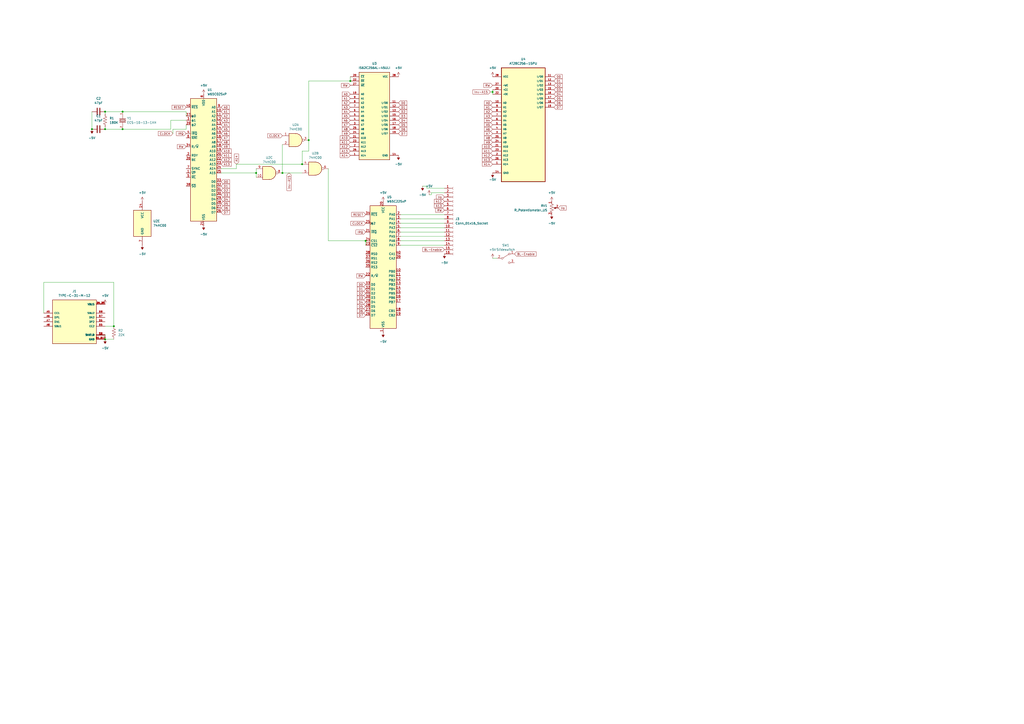
<source format=kicad_sch>
(kicad_sch (version 20231120) (generator "eeschema") (generator_version "8.0")
  (paper "A2")
  (title_block (title "Nimble") (date "2024-03-09") (rev "0.1") (company "Hackclub"))
  (lib_symbols
    (symbol "74xx:74HC00" (pin_names (offset 1.016))
      (property "Reference" "U" (at 0 1.27 0))
      (property "Value" "74HC00" (at 0 -1.27 0))
      (symbol "74HC00_1_1"
        (pin input line (at -7.62 2.54 0) (length 3.81) (name "~") (number "1"))
        (pin input line (at -7.62 -2.54 0) (length 3.81) (name "~") (number "2"))
        (pin output inverted (at 7.62 0 180) (length 3.81) (name "~") (number "3"))
      )
      (symbol "74HC00_1_2"
        (pin input inverted (at -7.62 2.54 0) (length 4.318) (name "~") (number "1"))
        (pin input inverted (at -7.62 -2.54 0) (length 4.318) (name "~") (number "2"))
        (pin output line (at 7.62 0 180) (length 3.81) (name "~") (number "3"))
      )
      (symbol "74HC00_2_1"
        (pin input line (at -7.62 2.54 0) (length 3.81) (name "~") (number "4"))
        (pin input line (at -7.62 -2.54 0) (length 3.81) (name "~") (number "5"))
        (pin output inverted (at 7.62 0 180) (length 3.81) (name "~") (number "6"))
      )
      (symbol "74HC00_2_2"
        (pin input inverted (at -7.62 2.54 0) (length 4.318) (name "~") (number "4"))
        (pin input inverted (at -7.62 -2.54 0) (length 4.318) (name "~") (number "5"))
        (pin output line (at 7.62 0 180) (length 3.81) (name "~") (number "6"))
      )
      (symbol "74HC00_3_1"
        (pin input line (at -7.62 -2.54 0) (length 3.81) (name "~") (number "10"))
        (pin output inverted (at 7.62 0 180) (length 3.81) (name "~") (number "8"))
        (pin input line (at -7.62 2.54 0) (length 3.81) (name "~") (number "9"))
      )
      (symbol "74HC00_3_2"
        (pin input inverted (at -7.62 -2.54 0) (length 4.318) (name "~") (number "10"))
        (pin output line (at 7.62 0 180) (length 3.81) (name "~") (number "8"))
        (pin input inverted (at -7.62 2.54 0) (length 4.318) (name "~") (number "9"))
      )
      (symbol "74HC00_4_1"
        (pin output inverted (at 7.62 0 180) (length 3.81) (name "~") (number "11"))
        (pin input line (at -7.62 2.54 0) (length 3.81) (name "~") (number "12"))
        (pin input line (at -7.62 -2.54 0) (length 3.81) (name "~") (number "13"))
      )
      (symbol "74HC00_4_2"
        (pin output line (at 7.62 0 180) (length 3.81) (name "~") (number "11"))
        (pin input inverted (at -7.62 2.54 0) (length 4.318) (name "~") (number "12"))
        (pin input inverted (at -7.62 -2.54 0) (length 4.318) (name "~") (number "13"))
      )
      (symbol "74HC00_5_0"
        (pin power_in line (at 0 12.7 270) (length 5.08) (name "VCC") (number "14"))
        (pin power_in line (at 0 -12.7 90) (length 5.08) (name "GND") (number "7"))
      )
    )
    (symbol "AT28C256-15PU_1" (pin_names (offset 1.016))
      (property "Reference" "U" (at -5.2377 32.6468 0))
      (property "Value" "AT28C256-15PU" (at -4.1713 -39.068 0))
      (symbol "AT28C256-15PU_1_0_0"
        (pin input line (at -17.78 -25.4 0) (length 5.08) (name "A14") (number "1"))
        (pin input line (at -17.78 10.16 0) (length 5.08) (name "A0") (number "10"))
        (pin bidirectional line (at 17.78 25.4 180) (length 5.08) (name "I/O0") (number "11"))
        (pin bidirectional line (at 17.78 22.86 180) (length 5.08) (name "I/O1") (number "12"))
        (pin bidirectional line (at 17.78 20.32 180) (length 5.08) (name "I/O2") (number "13"))
        (pin passive line (at -17.78 -30.48 0) (length 5.08) (name "GND") (number "14"))
        (pin bidirectional line (at 17.78 17.78 180) (length 5.08) (name "I/O3") (number "15"))
        (pin bidirectional line (at 17.78 15.24 180) (length 5.08) (name "I/O4") (number "16"))
        (pin bidirectional line (at 17.78 12.7 180) (length 5.08) (name "I/O5") (number "17"))
        (pin bidirectional line (at 17.78 10.16 180) (length 5.08) (name "I/O6") (number "18"))
        (pin bidirectional line (at 17.78 7.62 180) (length 5.08) (name "I/O7") (number "19"))
        (pin input line (at -17.78 -20.32 0) (length 5.08) (name "A12") (number "2"))
        (pin input line (at -17.78 17.78 0) (length 5.08) (name "~CE") (number "20"))
        (pin input line (at -17.78 -15.24 0) (length 5.08) (name "A10") (number "21"))
        (pin input line (at -17.78 15.24 0) (length 5.08) (name "~OE") (number "22"))
        (pin input line (at -17.78 -17.78 0) (length 5.08) (name "A11") (number "23"))
        (pin input line (at -17.78 -12.7 0) (length 5.08) (name "A9") (number "24"))
        (pin input line (at -17.78 -10.16 0) (length 5.08) (name "A8") (number "25"))
        (pin input line (at -17.78 -22.86 0) (length 5.08) (name "A13") (number "26"))
        (pin input line (at -17.78 20.32 0) (length 5.08) (name "~WE") (number "27"))
        (pin power_in line (at -17.78 25.4 0) (length 5.08) (name "VCC") (number "28"))
        (pin input line (at -17.78 -7.62 0) (length 5.08) (name "A7") (number "3"))
        (pin input line (at -17.78 -5.08 0) (length 5.08) (name "A6") (number "4"))
        (pin input line (at -17.78 -2.54 0) (length 5.08) (name "A5") (number "5"))
        (pin input line (at -17.78 0 0) (length 5.08) (name "A4") (number "6"))
        (pin input line (at -17.78 2.54 0) (length 5.08) (name "A3") (number "7"))
        (pin input line (at -17.78 5.08 0) (length 5.08) (name "A2") (number "8"))
        (pin input line (at -17.78 7.62 0) (length 5.08) (name "A1") (number "9"))
      )
    )
    (symbol "Connector:Conn_01x16_Socket" (pin_names (offset 1.016) hide)
      (property "Reference" "J" (at 0 20.32 0))
      (property "Value" "Conn_01x16_Socket" (at 0 -22.86 0))
      (symbol "Conn_01x16_Socket_1_1"
        (pin passive line (at -5.08 17.78 0) (length 3.81) (name "Pin_1") (number "1"))
        (pin passive line (at -5.08 -5.08 0) (length 3.81) (name "Pin_10") (number "10"))
        (pin passive line (at -5.08 -7.62 0) (length 3.81) (name "Pin_11") (number "11"))
        (pin passive line (at -5.08 -10.16 0) (length 3.81) (name "Pin_12") (number "12"))
        (pin passive line (at -5.08 -12.7 0) (length 3.81) (name "Pin_13") (number "13"))
        (pin passive line (at -5.08 -15.24 0) (length 3.81) (name "Pin_14") (number "14"))
        (pin passive line (at -5.08 -17.78 0) (length 3.81) (name "Pin_15") (number "15"))
        (pin passive line (at -5.08 -20.32 0) (length 3.81) (name "Pin_16") (number "16"))
        (pin passive line (at -5.08 15.24 0) (length 3.81) (name "Pin_2") (number "2"))
        (pin passive line (at -5.08 12.7 0) (length 3.81) (name "Pin_3") (number "3"))
        (pin passive line (at -5.08 10.16 0) (length 3.81) (name "Pin_4") (number "4"))
        (pin passive line (at -5.08 7.62 0) (length 3.81) (name "Pin_5") (number "5"))
        (pin passive line (at -5.08 5.08 0) (length 3.81) (name "Pin_6") (number "6"))
        (pin passive line (at -5.08 2.54 0) (length 3.81) (name "Pin_7") (number "7"))
        (pin passive line (at -5.08 0 0) (length 3.81) (name "Pin_8") (number "8"))
        (pin passive line (at -5.08 -2.54 0) (length 3.81) (name "Pin_9") (number "9"))
      )
    )
    (symbol "Device:C" (pin_numbers hide) (pin_names (offset 0.254))
      (property "Reference" "C" (at 0.635 2.54 0))
      (property "Value" "C" (at 0.635 -2.54 0))
      (symbol "C_1_1"
        (pin passive line (at 0 3.81 270) (length 2.794) (name "~") (number "1"))
        (pin passive line (at 0 -3.81 90) (length 2.794) (name "~") (number "2"))
      )
    )
    (symbol "Device:R_Potentiometer_US" (pin_names (offset 1.016) hide)
      (property "Reference" "RV" (at -4.445 0 90))
      (property "Value" "R_Potentiometer_US" (at -2.54 0 90))
      (symbol "R_Potentiometer_US_1_1"
        (pin passive line (at 0 3.81 270) (length 1.27) (name "1") (number "1"))
        (pin passive line (at 3.81 0 180) (length 1.27) (name "2") (number "2"))
        (pin passive line (at 0 -3.81 90) (length 1.27) (name "3") (number "3"))
      )
    )
    (symbol "Device:R_US" (pin_numbers hide) (pin_names (offset 0))
      (property "Reference" "R" (at 2.54 0 90))
      (property "Value" "R_US" (at -2.54 0 90))
      (symbol "R_US_1_1"
        (pin passive line (at 0 3.81 270) (length 1.27) (name "~") (number "1"))
        (pin passive line (at 0 -3.81 90) (length 1.27) (name "~") (number "2"))
      )
    )
    (symbol "ECS-10-13-1XH:ECS-10-13-1XH" (pin_names (offset 1.016))
      (property "Reference" "Y" (at -4.8343 2.5444 0))
      (property "Value" "ECS-10-13-1XH" (at -4.8365 -4.0728 0))
      (symbol "ECS-10-13-1XH_0_0"
        (pin passive line (at -5.08 0 0) (length 2.54) (name "~") (number "1"))
        (pin passive line (at 5.08 0 180) (length 2.54) (name "~") (number "2"))
      )
    )
    (symbol "IS62C256AL-45ULI:IS62C256AL-45ULI" (pin_names (offset 1.016))
      (property "Reference" "U" (at -7.6211 25.9117 0))
      (property "Value" "IS62C256AL-45ULI" (at -7.6302 -27.4686 0))
      (symbol "IS62C256AL-45ULI_0_0"
        (pin input line (at -12.7 -22.86 0) (length 5.08) (name "A14") (number "1"))
        (pin input line (at -12.7 12.7 0) (length 5.08) (name "A0") (number "10"))
        (pin bidirectional line (at 15.24 7.62 180) (length 5.08) (name "I/O0") (number "11"))
        (pin bidirectional line (at 15.24 5.08 180) (length 5.08) (name "I/O1") (number "12"))
        (pin bidirectional line (at 15.24 2.54 180) (length 5.08) (name "I/O2") (number "13"))
        (pin power_in line (at 15.24 -22.86 180) (length 5.08) (name "GND") (number "14"))
        (pin bidirectional line (at 15.24 0 180) (length 5.08) (name "I/O3") (number "15"))
        (pin bidirectional line (at 15.24 -2.54 180) (length 5.08) (name "I/O4") (number "16"))
        (pin bidirectional line (at 15.24 -5.08 180) (length 5.08) (name "I/O5") (number "17"))
        (pin bidirectional line (at 15.24 -7.62 180) (length 5.08) (name "I/O6") (number "18"))
        (pin bidirectional line (at 15.24 -10.16 180) (length 5.08) (name "I/O7") (number "19"))
        (pin input line (at -12.7 -17.78 0) (length 5.08) (name "A12") (number "2"))
        (pin input line (at -12.7 22.86 0) (length 5.08) (name "~{CE}") (number "20"))
        (pin input line (at -12.7 -12.7 0) (length 5.08) (name "A10") (number "21"))
        (pin input line (at -12.7 20.32 0) (length 5.08) (name "~{OE}") (number "22"))
        (pin input line (at -12.7 -15.24 0) (length 5.08) (name "A11") (number "23"))
        (pin input line (at -12.7 -10.16 0) (length 5.08) (name "A9") (number "24"))
        (pin input line (at -12.7 -7.62 0) (length 5.08) (name "A8") (number "25"))
        (pin input line (at -12.7 -20.32 0) (length 5.08) (name "A13") (number "26"))
        (pin input line (at -12.7 17.78 0) (length 5.08) (name "~{WE}") (number "27"))
        (pin power_in line (at 15.24 22.86 180) (length 5.08) (name "VCC") (number "28"))
        (pin input line (at -12.7 -5.08 0) (length 5.08) (name "A7") (number "3"))
        (pin input line (at -12.7 -2.54 0) (length 5.08) (name "A6") (number "4"))
        (pin input line (at -12.7 0 0) (length 5.08) (name "A5") (number "5"))
        (pin input line (at -12.7 2.54 0) (length 5.08) (name "A4") (number "6"))
        (pin input line (at -12.7 5.08 0) (length 5.08) (name "A3") (number "7"))
        (pin input line (at -12.7 7.62 0) (length 5.08) (name "A2") (number "8"))
        (pin input line (at -12.7 10.16 0) (length 5.08) (name "A1") (number "9"))
      )
    )
    (symbol "PCM_65xx-library:W65C02SxP"
      (property "Reference" "U" (at 2.54 40.64 0))
      (property "Value" "W65C02SxP" (at 2.54 38.1 0))
      (symbol "W65C02SxP_1_1"
        (pin output line (at -10.16 -7.62 0) (length 2.54) (name "~{VP}") (number "1"))
        (pin tri_state line (at 10.16 27.94 180) (length 2.54) (name "A1") (number "10"))
        (pin tri_state line (at 10.16 25.4 180) (length 2.54) (name "A2") (number "11"))
        (pin tri_state line (at 10.16 22.86 180) (length 2.54) (name "A3") (number "12"))
        (pin tri_state line (at 10.16 20.32 180) (length 2.54) (name "A4") (number "13"))
        (pin tri_state line (at 10.16 17.78 180) (length 2.54) (name "A5") (number "14"))
        (pin tri_state line (at 10.16 15.24 180) (length 2.54) (name "A6") (number "15"))
        (pin tri_state line (at 10.16 12.7 180) (length 2.54) (name "A7") (number "16"))
        (pin tri_state line (at 10.16 10.16 180) (length 2.54) (name "A8") (number "17"))
        (pin tri_state line (at 10.16 7.62 180) (length 2.54) (name "A9") (number "18"))
        (pin tri_state line (at 10.16 5.08 180) (length 2.54) (name "A10") (number "19"))
        (pin open_collector line (at -10.16 2.54 0) (length 2.54) (name "RDY") (number "2"))
        (pin tri_state line (at 10.16 2.54 180) (length 2.54) (name "A11") (number "20"))
        (pin power_in line (at 0 -38.1 90) (length 2.54) (name "VSS") (number "21"))
        (pin tri_state line (at 10.16 0 180) (length 2.54) (name "A12") (number "22"))
        (pin tri_state line (at 10.16 -2.54 180) (length 2.54) (name "A13") (number "23"))
        (pin tri_state line (at 10.16 -5.08 180) (length 2.54) (name "A14") (number "24"))
        (pin tri_state line (at 10.16 -7.62 180) (length 2.54) (name "A15") (number "25"))
        (pin bidirectional line (at 10.16 -30.48 180) (length 2.54) (name "D7") (number "26"))
        (pin bidirectional line (at 10.16 -27.94 180) (length 2.54) (name "D6") (number "27"))
        (pin bidirectional line (at 10.16 -25.4 180) (length 2.54) (name "D5") (number "28"))
        (pin bidirectional line (at 10.16 -22.86 180) (length 2.54) (name "D4") (number "29"))
        (pin output line (at -10.16 22.86 0) (length 2.54) (name "ϕ1") (number "3"))
        (pin bidirectional line (at 10.16 -20.32 180) (length 2.54) (name "D3") (number "30"))
        (pin bidirectional line (at 10.16 -17.78 180) (length 2.54) (name "D2") (number "31"))
        (pin bidirectional line (at 10.16 -15.24 180) (length 2.54) (name "D1") (number "32"))
        (pin bidirectional line (at 10.16 -12.7 180) (length 2.54) (name "D0") (number "33"))
        (pin tri_state line (at -10.16 7.62 0) (length 2.54) (name "R/~{W}") (number "34"))
        (pin no_connect non_logic (at -7.62 -30.48 0) (length 2.54) hide (name "nc") (number "35"))
        (pin input line (at -10.16 0 0) (length 2.54) (name "BE") (number "36"))
        (pin input clock (at -10.16 25.4 0) (length 2.54) (name "ϕ0") (number "37"))
        (pin input line (at -10.16 -15.24 0) (length 2.54) (name "~{SO}") (number "38"))
        (pin output line (at -10.16 20.32 0) (length 2.54) (name "ϕ2") (number "39"))
        (pin input line (at -10.16 15.24 0) (length 2.54) (name "~{IRQ}") (number "4"))
        (pin input line (at -10.16 30.48 0) (length 2.54) (name "~{RES}") (number "40"))
        (pin output line (at -10.16 -10.16 0) (length 2.54) (name "~{ML}") (number "5"))
        (pin input line (at -10.16 12.7 0) (length 2.54) (name "~{NMI}") (number "6"))
        (pin output line (at -10.16 -5.08 0) (length 2.54) (name "SYNC") (number "7"))
        (pin power_in line (at 0 38.1 270) (length 2.54) (name "VDD") (number "8"))
        (pin tri_state line (at 10.16 30.48 180) (length 2.54) (name "A0") (number "9"))
      )
    )
    (symbol "PCM_65xx-library:W65C22SxP"
      (property "Reference" "U" (at 2.54 40.64 0))
      (property "Value" "W65C22SxP" (at 2.54 38.1 0))
      (symbol "W65C22SxP_1_1"
        (pin power_in line (at 0 -38.1 90) (length 2.54) (name "VSS") (number "1"))
        (pin bidirectional line (at 10.16 -2.54 180) (length 2.54) (name "PB0") (number "10"))
        (pin bidirectional line (at 10.16 -5.08 180) (length 2.54) (name "PB1") (number "11"))
        (pin bidirectional line (at 10.16 -7.62 180) (length 2.54) (name "PB2") (number "12"))
        (pin bidirectional line (at 10.16 -10.16 180) (length 2.54) (name "PB3") (number "13"))
        (pin bidirectional line (at 10.16 -12.7 180) (length 2.54) (name "PB4") (number "14"))
        (pin bidirectional line (at 10.16 -15.24 180) (length 2.54) (name "PB5") (number "15"))
        (pin bidirectional line (at 10.16 -17.78 180) (length 2.54) (name "PB6") (number "16"))
        (pin bidirectional line (at 10.16 -20.32 180) (length 2.54) (name "PB7") (number "17"))
        (pin input line (at 10.16 -25.4 180) (length 2.54) (name "CB1") (number "18"))
        (pin bidirectional line (at 10.16 -27.94 180) (length 2.54) (name "CB2") (number "19"))
        (pin bidirectional line (at 10.16 30.48 180) (length 2.54) (name "PA0") (number "2"))
        (pin power_in line (at 0 38.1 270) (length 2.54) (name "VCC") (number "20"))
        (pin output line (at -10.16 20.32 0) (length 2.54) (name "~{IRQ}") (number "21"))
        (pin input line (at -10.16 -5.08 0) (length 2.54) (name "R/~{W}") (number "22"))
        (pin input line (at -10.16 12.7 0) (length 2.54) (name "~{CS2}") (number "23"))
        (pin input line (at -10.16 15.24 0) (length 2.54) (name "CS1") (number "24"))
        (pin input clock (at -10.16 25.4 0) (length 2.54) (name "ϕ2") (number "25"))
        (pin bidirectional line (at -10.16 -27.94 0) (length 2.54) (name "D7") (number "26"))
        (pin bidirectional line (at -10.16 -25.4 0) (length 2.54) (name "D6") (number "27"))
        (pin bidirectional line (at -10.16 -22.86 0) (length 2.54) (name "D5") (number "28"))
        (pin bidirectional line (at -10.16 -20.32 0) (length 2.54) (name "D4") (number "29"))
        (pin bidirectional line (at 10.16 27.94 180) (length 2.54) (name "PA1") (number "3"))
        (pin bidirectional line (at -10.16 -17.78 0) (length 2.54) (name "D3") (number "30"))
        (pin bidirectional line (at -10.16 -15.24 0) (length 2.54) (name "D2") (number "31"))
        (pin bidirectional line (at -10.16 -12.7 0) (length 2.54) (name "D1") (number "32"))
        (pin bidirectional line (at -10.16 -10.16 0) (length 2.54) (name "D0") (number "33"))
        (pin input line (at -10.16 30.48 0) (length 2.54) (name "~{RES}") (number "34"))
        (pin input line (at -10.16 0 0) (length 2.54) (name "RS3") (number "35"))
        (pin input line (at -10.16 2.54 0) (length 2.54) (name "RS2") (number "36"))
        (pin input line (at -10.16 5.08 0) (length 2.54) (name "RS1") (number "37"))
        (pin input line (at -10.16 7.62 0) (length 2.54) (name "RS0") (number "38"))
        (pin bidirectional line (at 10.16 5.08 180) (length 2.54) (name "CA2") (number "39"))
        (pin bidirectional line (at 10.16 25.4 180) (length 2.54) (name "PA2") (number "4"))
        (pin input line (at 10.16 7.62 180) (length 2.54) (name "CA1") (number "40"))
        (pin bidirectional line (at 10.16 22.86 180) (length 2.54) (name "PA3") (number "5"))
        (pin bidirectional line (at 10.16 20.32 180) (length 2.54) (name "PA4") (number "6"))
        (pin bidirectional line (at 10.16 17.78 180) (length 2.54) (name "PA5") (number "7"))
        (pin bidirectional line (at 10.16 15.24 180) (length 2.54) (name "PA6") (number "8"))
        (pin bidirectional line (at 10.16 12.7 180) (length 2.54) (name "PA7") (number "9"))
      )
    )
    (symbol "TYPE-C-31-M-12:TYPE-C-31-M-12" (pin_names (offset 1.016))
      (property "Reference" "J" (at -12.7 13.462 0))
      (property "Value" "TYPE-C-31-M-12" (at -12.7 -13.462 0))
      (symbol "TYPE-C-31-M-12_0_0"
        (pin power_in line (at 17.78 -10.16 180) (length 5.08) (name "GND") (number "A1_B12"))
        (pin power_in line (at 17.78 10.16 180) (length 5.08) (name "VBUS") (number "A4_B9"))
        (pin bidirectional line (at -17.78 5.08 0) (length 5.08) (name "CC1") (number "A5"))
        (pin bidirectional line (at -17.78 2.54 0) (length 5.08) (name "DP1") (number "A6"))
        (pin bidirectional line (at -17.78 0 0) (length 5.08) (name "DN1") (number "A7"))
        (pin bidirectional line (at -17.78 -2.54 0) (length 5.08) (name "SBU1") (number "A8"))
        (pin power_in line (at 17.78 -10.16 180) (length 5.08) (name "GND") (number "B1_A12"))
        (pin power_in line (at 17.78 10.16 180) (length 5.08) (name "VBUS") (number "B4_A9"))
        (pin bidirectional line (at 17.78 -2.54 180) (length 5.08) (name "CC2") (number "B5"))
        (pin bidirectional line (at 17.78 0 180) (length 5.08) (name "DP2") (number "B6"))
        (pin bidirectional line (at 17.78 2.54 180) (length 5.08) (name "DN2") (number "B7"))
        (pin bidirectional line (at 17.78 5.08 180) (length 5.08) (name "SBU2") (number "B8"))
        (pin passive line (at 17.78 -7.62 180) (length 5.08) (name "SHIELD") (number "S1"))
        (pin passive line (at 17.78 -7.62 180) (length 5.08) (name "SHIELD") (number "S2"))
        (pin passive line (at 17.78 -7.62 180) (length 5.08) (name "SHIELD") (number "S3"))
        (pin passive line (at 17.78 -7.62 180) (length 5.08) (name "SHIELD") (number "S4"))
      )
    )
    (symbol "fab:SWITCH_AYZ0102AGRLC" (pin_names (offset 0) hide)
      (property "Reference" "SW" (at 0 4.318 0))
      (property "Value" "SWITCH_AYZ0102AGRLC" (at 0 -5.08 0))
      (symbol "SWITCH_AYZ0102AGRLC_1_1"
        (pin passive line (at 5.08 2.54 180) (length 2.54) (name "A") (number "1"))
        (pin passive line (at -5.08 0 0) (length 2.54) (name "B") (number "2"))
        (pin passive line (at 5.08 -2.54 180) (length 2.54) (name "C") (number "3"))
      )
    )
    (symbol "power:+5V" (power) (pin_numbers hide) (pin_names (offset 0) hide)
      (property "Value" "+5V" (at 0 3.556 0))
      (symbol "+5V_1_1"
        (pin power_in line (at 0 0 90) (length 0) (name "~") (number "1"))
      )
    )
    (symbol "power:-5V" (power) (pin_numbers hide) (pin_names (offset 0) hide)
      (property "Value" "-5V" (at 0 3.556 0))
      (symbol "-5V_0_0"
        (pin power_in line (at 0 0 90) (length 0) (name "~") (number "1"))
      )
    )
  )
  (junction (at 163.83 100.33))
  (junction (at 60.96 64.77))
  (junction (at 285.75 53.34))
  (junction (at 175.26 95.25))
  (junction (at 203.2 46.99))
  (junction (at 60.96 74.93))
  (junction (at 53.34 74.93))
  (junction (at 66.04 189.23))
  (junction (at 179.07 81.28))
  (junction (at 71.12 64.77))
  (junction (at 60.96 196.85))
  (junction (at 148.59 100.33))
  (junction (at 212.09 139.7))
  (junction (at 71.12 74.93))
  (wire (pts (xy 107.95 69.85) (xy 99.06 69.85)))
  (wire (pts (xy 107.95 74.93) (xy 107.95 72.39)))
  (wire (pts (xy 179.07 87.63) (xy 175.26 87.63)))
  (wire (pts (xy 190.5 97.79) (xy 190.5 139.7)))
  (wire (pts (xy 71.12 74.93) (xy 99.06 74.93)))
  (wire (pts (xy 247.65 109.22) (xy 257.81 109.22)))
  (wire (pts (xy 163.83 100.33) (xy 175.26 100.33)))
  (wire (pts (xy 137.16 95.25) (xy 137.16 97.79)))
  (wire (pts (xy 128.27 100.33) (xy 148.59 100.33)))
  (wire (pts (xy 232.41 127) (xy 257.81 127)))
  (wire (pts (xy 60.96 73.66) (xy 60.96 74.93)))
  (wire (pts (xy 60.96 189.23) (xy 66.04 189.23)))
  (wire (pts (xy 212.09 139.7) (xy 212.09 142.24)))
  (wire (pts (xy 257.81 124.46) (xy 232.41 124.46)))
  (wire (pts (xy 137.16 97.79) (xy 128.27 97.79)))
  (wire (pts (xy 284.48 53.34) (xy 285.75 53.34)))
  (wire (pts (xy 250.19 111.76) (xy 257.81 111.76)))
  (wire (pts (xy 60.96 194.31) (xy 60.96 196.85)))
  (wire (pts (xy 60.96 196.85) (xy 66.04 196.85)))
  (wire (pts (xy 285.75 52.07) (xy 285.75 53.34)))
  (wire (pts (xy 232.41 137.16) (xy 257.81 137.16)))
  (wire (pts (xy 232.41 129.54) (xy 257.81 129.54)))
  (wire (pts (xy 232.41 139.7) (xy 257.81 139.7)))
  (wire (pts (xy 232.41 134.62) (xy 257.81 134.62)))
  (wire (pts (xy 107.95 67.31) (xy 107.95 64.77)))
  (wire (pts (xy 25.4 181.61) (xy 25.4 163.83)))
  (wire (pts (xy 163.83 83.82) (xy 163.83 100.33)))
  (wire (pts (xy 179.07 46.99) (xy 179.07 81.28)))
  (wire (pts (xy 190.5 139.7) (xy 212.09 139.7)))
  (wire (pts (xy 100.33 74.93) (xy 107.95 74.93)))
  (wire (pts (xy 175.26 87.63) (xy 175.26 95.25)))
  (wire (pts (xy 179.07 81.28) (xy 179.07 87.63)))
  (wire (pts (xy 60.96 74.93) (xy 71.12 74.93)))
  (wire (pts (xy 179.07 46.99) (xy 203.2 46.99)))
  (wire (pts (xy 285.75 149.86) (xy 288.29 149.86)))
  (wire (pts (xy 203.2 44.45) (xy 203.2 46.99)))
  (wire (pts (xy 53.34 64.77) (xy 53.34 74.93)))
  (wire (pts (xy 71.12 64.77) (xy 60.96 64.77)))
  (wire (pts (xy 99.06 69.85) (xy 99.06 74.93)))
  (wire (pts (xy 247.65 107.95) (xy 247.65 109.22)))
  (wire (pts (xy 245.11 107.95) (xy 247.65 107.95)))
  (wire (pts (xy 66.04 163.83) (xy 66.04 189.23)))
  (wire (pts (xy 60.96 64.77) (xy 60.96 66.04)))
  (wire (pts (xy 137.16 95.25) (xy 175.26 95.25)))
  (wire (pts (xy 250.19 113.03) (xy 250.19 111.76)))
  (wire (pts (xy 25.4 163.83) (xy 66.04 163.83)))
  (wire (pts (xy 100.33 77.47) (xy 100.33 74.93)))
  (wire (pts (xy 248.92 113.03) (xy 250.19 113.03)))
  (wire (pts (xy 71.12 64.77) (xy 107.95 64.77)))
  (wire (pts (xy 285.75 53.34) (xy 285.75 54.61)))
  (wire (pts (xy 232.41 132.08) (xy 257.81 132.08)))
  (wire (pts (xy 148.59 97.79) (xy 148.59 100.33)))
  (wire (pts (xy 148.59 100.33) (xy 148.59 102.87)))
  (wire (pts (xy 232.41 142.24) (xy 257.81 142.24)))
  (global_label "A14" (shape input) (at 285.75 95.25 180) (property "Intersheetrefs" "${INTERSHEET_REFS}" (effects (hide yes))))
  (global_label "RW" (shape input) (at 257.81 121.92 180) (property "Intersheetrefs" "${INTERSHEET_REFS}" (effects (hide yes))))
  (global_label "A5" (shape input) (at 128.27 74.93 0) (property "Intersheetrefs" "${INTERSHEET_REFS}" (effects (hide yes))))
  (global_label "A10" (shape input) (at 203.2 80.01 180) (property "Intersheetrefs" "${INTERSHEET_REFS}" (effects (hide yes))))
  (global_label "A13" (shape input) (at 203.2 87.63 180) (property "Intersheetrefs" "${INTERSHEET_REFS}" (effects (hide yes))))
  (global_label "A6" (shape input) (at 128.27 77.47 0) (property "Intersheetrefs" "${INTERSHEET_REFS}" (effects (hide yes))))
  (global_label "RESET" (shape input) (at 212.09 124.46 180) (property "Intersheetrefs" "${INTERSHEET_REFS}" (effects (hide yes))))
  (global_label "A6" (shape input) (at 285.75 74.93 180) (property "Intersheetrefs" "${INTERSHEET_REFS}" (effects (hide yes))))
  (global_label "A0" (shape input) (at 203.2 54.61 180) (property "Intersheetrefs" "${INTERSHEET_REFS}" (effects (hide yes))))
  (global_label "A3" (shape input) (at 285.75 67.31 180) (property "Intersheetrefs" "${INTERSHEET_REFS}" (effects (hide yes))))
  (global_label "D1" (shape input) (at 231.14 62.23 0) (property "Intersheetrefs" "${INTERSHEET_REFS}" (effects (hide yes))))
  (global_label "D3" (shape input) (at 212.09 172.72 180) (property "Intersheetrefs" "${INTERSHEET_REFS}" (effects (hide yes))))
  (global_label "D5" (shape input) (at 321.31 57.15 0) (property "Intersheetrefs" "${INTERSHEET_REFS}" (effects (hide yes))))
  (global_label "Inv-A15" (shape input) (at 167.64 100.33 270) (property "Intersheetrefs" "${INTERSHEET_REFS}" (effects (hide yes))))
  (global_label "D2" (shape input) (at 212.09 170.18 180) (property "Intersheetrefs" "${INTERSHEET_REFS}" (effects (hide yes))))
  (global_label "A8" (shape input) (at 128.27 82.55 0) (property "Intersheetrefs" "${INTERSHEET_REFS}" (effects (hide yes))))
  (global_label "BL-Enable" (shape input) (at 298.45 147.32 0) (property "Intersheetrefs" "${INTERSHEET_REFS}" (effects (hide yes))))
  (global_label "D6" (shape input) (at 212.09 180.34 180) (property "Intersheetrefs" "${INTERSHEET_REFS}" (effects (hide yes))))
  (global_label "Inv-A15" (shape input) (at 284.48 53.34 180) (property "Intersheetrefs" "${INTERSHEET_REFS}" (effects (hide yes))))
  (global_label "D0" (shape input) (at 321.31 44.45 0) (property "Intersheetrefs" "${INTERSHEET_REFS}" (effects (hide yes))))
  (global_label "A14" (shape input) (at 203.2 90.17 180) (property "Intersheetrefs" "${INTERSHEET_REFS}" (effects (hide yes))))
  (global_label "D4" (shape input) (at 212.09 175.26 180) (property "Intersheetrefs" "${INTERSHEET_REFS}" (effects (hide yes))))
  (global_label "A12" (shape input) (at 203.2 85.09 180) (property "Intersheetrefs" "${INTERSHEET_REFS}" (effects (hide yes))))
  (global_label "D3" (shape input) (at 321.31 52.07 0) (property "Intersheetrefs" "${INTERSHEET_REFS}" (effects (hide yes))))
  (global_label "D2" (shape input) (at 128.27 110.49 0) (property "Intersheetrefs" "${INTERSHEET_REFS}" (effects (hide yes))))
  (global_label "D3" (shape input) (at 128.27 113.03 0) (property "Intersheetrefs" "${INTERSHEET_REFS}" (effects (hide yes))))
  (global_label "D0" (shape input) (at 128.27 105.41 0) (property "Intersheetrefs" "${INTERSHEET_REFS}" (effects (hide yes))))
  (global_label "A0" (shape input) (at 128.27 62.23 0) (property "Intersheetrefs" "${INTERSHEET_REFS}" (effects (hide yes))))
  (global_label "A13" (shape input) (at 257.81 119.38 180) (property "Intersheetrefs" "${INTERSHEET_REFS}" (effects (hide yes))))
  (global_label "D6" (shape input) (at 128.27 120.65 0) (property "Intersheetrefs" "${INTERSHEET_REFS}" (effects (hide yes))))
  (global_label "A8" (shape input) (at 285.75 80.01 180) (property "Intersheetrefs" "${INTERSHEET_REFS}" (effects (hide yes))))
  (global_label "D5" (shape input) (at 128.27 118.11 0) (property "Intersheetrefs" "${INTERSHEET_REFS}" (effects (hide yes))))
  (global_label "D5" (shape input) (at 231.14 72.39 0) (property "Intersheetrefs" "${INTERSHEET_REFS}" (effects (hide yes))))
  (global_label "A12" (shape input) (at 128.27 92.71 0) (property "Intersheetrefs" "${INTERSHEET_REFS}" (effects (hide yes))))
  (global_label "D6" (shape input) (at 231.14 74.93 0) (property "Intersheetrefs" "${INTERSHEET_REFS}" (effects (hide yes))))
  (global_label "A7" (shape input) (at 128.27 80.01 0) (property "Intersheetrefs" "${INTERSHEET_REFS}" (effects (hide yes))))
  (global_label "D7" (shape input) (at 128.27 123.19 0) (property "Intersheetrefs" "${INTERSHEET_REFS}" (effects (hide yes))))
  (global_label "A9" (shape input) (at 128.27 85.09 0) (property "Intersheetrefs" "${INTERSHEET_REFS}" (effects (hide yes))))
  (global_label "D4" (shape input) (at 128.27 115.57 0) (property "Intersheetrefs" "${INTERSHEET_REFS}" (effects (hide yes))))
  (global_label "D4" (shape input) (at 231.14 69.85 0) (property "Intersheetrefs" "${INTERSHEET_REFS}" (effects (hide yes))))
  (global_label "A2" (shape input) (at 285.75 64.77 180) (property "Intersheetrefs" "${INTERSHEET_REFS}" (effects (hide yes))))
  (global_label "A14" (shape input) (at 137.16 95.25 90) (property "Intersheetrefs" "${INTERSHEET_REFS}" (effects (hide yes))))
  (global_label "A4" (shape input) (at 203.2 64.77 180) (property "Intersheetrefs" "${INTERSHEET_REFS}" (effects (hide yes))))
  (global_label "D3" (shape input) (at 231.14 67.31 0) (property "Intersheetrefs" "${INTERSHEET_REFS}" (effects (hide yes))))
  (global_label "Vo" (shape input) (at 323.85 120.65 0) (property "Intersheetrefs" "${INTERSHEET_REFS}" (effects (hide yes))))
  (global_label "D1" (shape input) (at 212.09 167.64 180) (property "Intersheetrefs" "${INTERSHEET_REFS}" (effects (hide yes))))
  (global_label "A9" (shape input) (at 285.75 82.55 180) (property "Intersheetrefs" "${INTERSHEET_REFS}" (effects (hide yes))))
  (global_label "A11" (shape input) (at 285.75 87.63 180) (property "Intersheetrefs" "${INTERSHEET_REFS}" (effects (hide yes))))
  (global_label "D1" (shape input) (at 321.31 46.99 0) (property "Intersheetrefs" "${INTERSHEET_REFS}" (effects (hide yes))))
  (global_label "D7" (shape input) (at 231.14 77.47 0) (property "Intersheetrefs" "${INTERSHEET_REFS}" (effects (hide yes))))
  (global_label "A7" (shape input) (at 285.75 77.47 180) (property "Intersheetrefs" "${INTERSHEET_REFS}" (effects (hide yes))))
  (global_label "A10" (shape input) (at 128.27 87.63 0) (property "Intersheetrefs" "${INTERSHEET_REFS}" (effects (hide yes))))
  (global_label "A12" (shape input) (at 285.75 90.17 180) (property "Intersheetrefs" "${INTERSHEET_REFS}" (effects (hide yes))))
  (global_label "Vo" (shape input) (at 257.81 114.3 180) (property "Intersheetrefs" "${INTERSHEET_REFS}" (effects (hide yes))))
  (global_label "D2" (shape input) (at 231.14 64.77 0) (property "Intersheetrefs" "${INTERSHEET_REFS}" (effects (hide yes))))
  (global_label "A1" (shape input) (at 203.2 57.15 180) (property "Intersheetrefs" "${INTERSHEET_REFS}" (effects (hide yes))))
  (global_label "A0" (shape input) (at 285.75 59.69 180) (property "Intersheetrefs" "${INTERSHEET_REFS}" (effects (hide yes))))
  (global_label "D2" (shape input) (at 321.31 49.53 0) (property "Intersheetrefs" "${INTERSHEET_REFS}" (effects (hide yes))))
  (global_label "D6" (shape input) (at 321.31 59.69 0) (property "Intersheetrefs" "${INTERSHEET_REFS}" (effects (hide yes))))
  (global_label "A9" (shape input) (at 203.2 77.47 180) (property "Intersheetrefs" "${INTERSHEET_REFS}" (effects (hide yes))))
  (global_label "A11" (shape input) (at 128.27 90.17 0) (property "Intersheetrefs" "${INTERSHEET_REFS}" (effects (hide yes))))
  (global_label "A7" (shape input) (at 203.2 72.39 180) (property "Intersheetrefs" "${INTERSHEET_REFS}" (effects (hide yes))))
  (global_label "A5" (shape input) (at 285.75 72.39 180) (property "Intersheetrefs" "${INTERSHEET_REFS}" (effects (hide yes))))
  (global_label "A4" (shape input) (at 285.75 69.85 180) (property "Intersheetrefs" "${INTERSHEET_REFS}" (effects (hide yes))))
  (global_label "CLOCK" (shape input) (at 212.09 129.54 180) (property "Intersheetrefs" "${INTERSHEET_REFS}" (effects (hide yes))))
  (global_label "A10" (shape input) (at 285.75 85.09 180) (property "Intersheetrefs" "${INTERSHEET_REFS}" (effects (hide yes))))
  (global_label "D0" (shape input) (at 212.09 165.1 180) (property "Intersheetrefs" "${INTERSHEET_REFS}" (effects (hide yes))))
  (global_label "RW" (shape input) (at 107.95 85.09 180) (property "Intersheetrefs" "${INTERSHEET_REFS}" (effects (hide yes))))
  (global_label "A4" (shape input) (at 128.27 72.39 0) (property "Intersheetrefs" "${INTERSHEET_REFS}" (effects (hide yes))))
  (global_label "A2" (shape input) (at 128.27 67.31 0) (property "Intersheetrefs" "${INTERSHEET_REFS}" (effects (hide yes))))
  (global_label "D4" (shape input) (at 321.31 54.61 0) (property "Intersheetrefs" "${INTERSHEET_REFS}" (effects (hide yes))))
  (global_label "D0" (shape input) (at 231.14 59.69 0) (property "Intersheetrefs" "${INTERSHEET_REFS}" (effects (hide yes))))
  (global_label "A13" (shape input) (at 285.75 92.71 180) (property "Intersheetrefs" "${INTERSHEET_REFS}" (effects (hide yes))))
  (global_label "RESET" (shape input) (at 107.95 62.23 180) (property "Intersheetrefs" "${INTERSHEET_REFS}" (effects (hide yes))))
  (global_label "CLOCK" (shape input) (at 163.83 78.74 180) (property "Intersheetrefs" "${INTERSHEET_REFS}" (effects (hide yes))))
  (global_label "D7" (shape input) (at 321.31 62.23 0) (property "Intersheetrefs" "${INTERSHEET_REFS}" (effects (hide yes))))
  (global_label "IRQ" (shape input) (at 212.09 134.62 180) (property "Intersheetrefs" "${INTERSHEET_REFS}" (effects (hide yes))))
  (global_label "BL-Enable" (shape input) (at 257.81 144.78 180) (property "Intersheetrefs" "${INTERSHEET_REFS}" (effects (hide yes))))
  (global_label "A5" (shape input) (at 203.2 67.31 180) (property "Intersheetrefs" "${INTERSHEET_REFS}" (effects (hide yes))))
  (global_label "D5" (shape input) (at 212.09 177.8 180) (property "Intersheetrefs" "${INTERSHEET_REFS}" (effects (hide yes))))
  (global_label "A6" (shape input) (at 203.2 69.85 180) (property "Intersheetrefs" "${INTERSHEET_REFS}" (effects (hide yes))))
  (global_label "A11" (shape input) (at 203.2 82.55 180) (property "Intersheetrefs" "${INTERSHEET_REFS}" (effects (hide yes))))
  (global_label "A13" (shape input) (at 128.27 95.25 0) (property "Intersheetrefs" "${INTERSHEET_REFS}" (effects (hide yes))))
  (global_label "IRQ" (shape input) (at 107.95 77.47 180) (property "Intersheetrefs" "${INTERSHEET_REFS}" (effects (hide yes))))
  (global_label "A2" (shape input) (at 203.2 59.69 180) (property "Intersheetrefs" "${INTERSHEET_REFS}" (effects (hide yes))))
  (global_label "A3" (shape input) (at 203.2 62.23 180) (property "Intersheetrefs" "${INTERSHEET_REFS}" (effects (hide yes))))
  (global_label "RW" (shape input) (at 285.75 49.53 180) (property "Intersheetrefs" "${INTERSHEET_REFS}" (effects (hide yes))))
  (global_label "A8" (shape input) (at 203.2 74.93 180) (property "Intersheetrefs" "${INTERSHEET_REFS}" (effects (hide yes))))
  (global_label "A12" (shape input) (at 257.81 116.84 180) (property "Intersheetrefs" "${INTERSHEET_REFS}" (effects (hide yes))))
  (global_label "A1" (shape input) (at 285.75 62.23 180) (property "Intersheetrefs" "${INTERSHEET_REFS}" (effects (hide yes))))
  (global_label "D7" (shape input) (at 212.09 182.88 180) (property "Intersheetrefs" "${INTERSHEET_REFS}" (effects (hide yes))))
  (global_label "D1" (shape input) (at 128.27 107.95 0) (property "Intersheetrefs" "${INTERSHEET_REFS}" (effects (hide yes))))
  (global_label "CLOCK" (shape input) (at 100.33 77.47 180) (property "Intersheetrefs" "${INTERSHEET_REFS}" (effects (hide yes))))
  (global_label "RW" (shape input) (at 212.09 160.02 180) (property "Intersheetrefs" "${INTERSHEET_REFS}" (effects (hide yes))))
  (global_label "A3" (shape input) (at 128.27 69.85 0) (property "Intersheetrefs" "${INTERSHEET_REFS}" (effects (hide yes))))
  (global_label "RW" (shape input) (at 203.2 49.53 180) (property "Intersheetrefs" "${INTERSHEET_REFS}" (effects (hide yes))))
  (global_label "A1" (shape input) (at 128.27 64.77 0) (property "Intersheetrefs" "${INTERSHEET_REFS}" (effects (hide yes))))
  (symbol (lib_id "Device:R_US") (at 66.04 193.04 0) (unit 1)
    (property "Reference" "R2" (at 68.58 191.7699 0) (effects (justify left)))
    (property "Value" "22K" (at 68.58 194.3099 0) (effects (justify left)))
    (property "Description" "Resistor, US symbol" (effects (hide yes)))
  )
  (symbol (lib_id "power:+5V") (at 248.92 113.03 0) (unit 1)
    (property "Reference" "#PWR017" (effects (hide yes)))
    (property "Value" "+5V" (at 248.92 107.95 0))
    (property "Description" "Power symbol creates a global label with name \"+5V\"" (effects (hide yes)))
  )
  (symbol (lib_id "74xx:74HC00") (at 156.21 100.33 0) (unit 3)
    (property "Reference" "U2" (at 156.2017 91.44 0))
    (property "Value" "74HC00" (at 156.2017 93.98 0))
    (property "Datasheet" "http://www.ti.com/lit/gpn/sn74hc00" (effects (hide yes)))
    (property "Description" "quad 2-input NAND gate" (effects (hide yes)))
  )
  (symbol (lib_id "ECS-10-13-1XH:ECS-10-13-1XH") (at 71.12 69.85 270) (unit 1)
    (property "Reference" "Y1" (at 73.66 68.5799 90) (effects (justify left)))
    (property "Value" "ECS-10-13-1XH" (at 73.66 71.1199 90) (effects (justify left)))
    (property "Footprint" "ECS-10-13-1XH:XTAL_ECS-10-13-1XH" (effects (hide yes)))
    (property "MF" "ECS Inc." (effects (hide yes)))
    (property "Description_1" "\n1 MHz ±100ppm Crystal 13pF 3 kOhms HC-49/U\n" (effects (hide yes)))
    (property "Package" "HC49/U ECS International" (effects (hide yes)))
    (property "Price" "None" (effects (hide yes)))
    (property "Check_prices" "https://www.snapeda.com/parts/ECS-10-13-1XH/ECS+Inc./view-part/?ref=eda" (effects (hide yes)))
    (property "SnapEDA_Link" "https://www.snapeda.com/parts/ECS-10-13-1XH/ECS+Inc./view-part/?ref=snap" (effects (hide yes)))
    (property "MP" "ECS-10-13-1XH" (effects (hide yes)))
    (property "Availability" "In Stock" (effects (hide yes)))
    (property "MANUFACTURER" "ECS Inc." (effects (hide yes)))
  )
  (symbol (lib_id "74xx:74HC00") (at 182.88 97.79 0) (unit 2)
    (property "Reference" "U2" (at 182.8717 88.9 0))
    (property "Value" "74HC00" (at 182.8717 91.44 0))
    (property "Datasheet" "http://www.ti.com/lit/gpn/sn74hc00" (effects (hide yes)))
    (property "Description" "quad 2-input NAND gate" (effects (hide yes)))
  )
  (symbol (lib_id "power:+5V") (at 82.55 116.84 0) (unit 1)
    (property "Reference" "#PWR04" (effects (hide yes)))
    (property "Value" "+5V" (at 82.55 111.76 0))
    (property "Description" "Power symbol creates a global label with name \"+5V\"" (effects (hide yes)))
  )
  (symbol (lib_id "Device:C") (at 57.15 64.77 90) (unit 1)
    (property "Reference" "C2" (at 57.15 57.15 90))
    (property "Value" "47pF" (at 57.15 59.69 90))
    (property "Description" "Unpolarized capacitor" (effects (hide yes)))
  )
  (symbol (lib_id "power:-5V") (at 320.04 124.46 180) (unit 1)
    (property "Reference" "#PWR019" (effects (hide yes)))
    (property "Value" "-5V" (at 320.04 129.54 0))
    (property "Description" "Power symbol creates a global label with name \"-5V\"" (effects (hide yes)))
  )
  (symbol (lib_id "power:-5V") (at 285.75 100.33 180) (unit 1)
    (property "Reference" "#PWR09" (effects (hide yes)))
    (property "Value" "-5V" (at 285.75 104.14 0))
    (property "Description" "Power symbol creates a global label with name \"-5V\"" (effects (hide yes)))
  )
  (symbol (lib_id "power:-5V") (at 222.25 193.04 180) (unit 1)
    (property "Reference" "#PWR011" (effects (hide yes)))
    (property "Value" "-5V" (at 222.25 198.12 0))
    (property "Description" "Power symbol creates a global label with name \"-5V\"" (effects (hide yes)))
  )
  (symbol (lib_id "power:-5V") (at 82.55 142.24 180) (unit 1)
    (property "Reference" "#PWR05" (effects (hide yes)))
    (property "Value" "-5V" (at 82.55 147.32 0))
    (property "Description" "Power symbol creates a global label with name \"-5V\"" (effects (hide yes)))
  )
  (symbol (lib_id "power:+5V") (at 285.75 44.45 0) (unit 1)
    (property "Reference" "#PWR08" (effects (hide yes)))
    (property "Value" "+5V" (at 285.75 39.37 0))
    (property "Description" "Power symbol creates a global label with name \"+5V\"" (effects (hide yes)))
  )
  (symbol (lib_id "TYPE-C-31-M-12:TYPE-C-31-M-12") (at 43.18 186.69 0) (unit 1)
    (property "Reference" "J1" (at 43.18 168.91 0))
    (property "Value" "TYPE-C-31-M-12" (at 43.18 171.45 0))
    (property "Footprint" "TYPE-C-31-M-12:HRO_TYPE-C-31-M-12" (effects (hide yes)))
    (property "MF" "HRO Electronics Co., Ltd." (effects (hide yes)))
    (property "MAXIMUM_PACKAGE_HEIGHT" "3.26 mm" (effects (hide yes)))
    (property "Package" "Package" (effects (hide yes)))
    (property "Price" "None" (effects (hide yes)))
    (property "Check_prices" "https://www.snapeda.com/parts/TYPE-C-31-M-12/HRO+Electronics+Co.%252C+Ltd./view-part/?ref=eda" (effects (hide yes)))
    (property "STANDARD" "Manufacturer Recommendations" (effects (hide yes)))
    (property "PARTREV" "2020.12.08" (effects (hide yes)))
    (property "SnapEDA_Link" "https://www.snapeda.com/parts/TYPE-C-31-M-12/HRO+Electronics+Co.%252C+Ltd./view-part/?ref=snap" (effects (hide yes)))
    (property "MP" "TYPE-C-31-M-12" (effects (hide yes)))
    (property "Description_1" "\nUSB Connectors 24 Receptacle 1 8.94*7.3mm RoHS\n" (effects (hide yes)))
    (property "SNAPEDA_PN" "TYPE-C-31-M-12" (effects (hide yes)))
    (property "Availability" "Not in stock" (effects (hide yes)))
    (property "MANUFACTURER" "HRO Electronics Co., Ltd." (effects (hide yes)))
  )
  (symbol (lib_id "power:+5V") (at 320.04 116.84 0) (unit 1)
    (property "Reference" "#PWR020" (effects (hide yes)))
    (property "Value" "+5V" (at 320.04 111.76 0))
    (property "Description" "Power symbol creates a global label with name \"+5V\"" (effects (hide yes)))
  )
  (symbol (lib_id "power:-5V") (at 118.11 130.81 180) (unit 1)
    (property "Reference" "#PWR01" (effects (hide yes)))
    (property "Value" "-5V" (at 118.11 135.89 0))
    (property "Description" "Power symbol creates a global label with name \"-5V\"" (effects (hide yes)))
  )
  (symbol (lib_id "Connector:Conn_01x16_Socket") (at 262.89 127 0) (unit 1)
    (property "Reference" "J3" (at 264.16 126.9999 0) (effects (justify left)))
    (property "Value" "Conn_01x16_Socket" (at 264.16 129.5399 0) (effects (justify left)))
    (property "Description" "Generic connector, single row, 01x16, script generated" (effects (hide yes)))
  )
  (symbol (lib_id "PCM_65xx-library:W65C22SxP") (at 222.25 154.94 0) (unit 1)
    (property "Reference" "U5" (at 224.4441 114.3 0) (effects (justify left)))
    (property "Value" "W65C22SxP" (at 224.4441 116.84 0) (effects (justify left)))
    (property "Footprint" "Package_DIP:DIP-40_W15.24mm" (effects (hide yes)))
    (property "Datasheet" "http://www.westerndesigncenter.com/wdc/documentation/w65c22.pdf" (effects (hide yes)))
    (property "Description" "CMOS Versatile Interface Adapter (VIA), 20-pin I/O, 2 Timer/Counters, DIP-40" (effects (hide yes)))
  )
  (symbol (lib_id "power:-5V") (at 53.34 74.93 180) (unit 1)
    (property "Reference" "#PWR03" (effects (hide yes)))
    (property "Value" "-5V" (at 53.34 80.01 0))
    (property "Description" "Power symbol creates a global label with name \"-5V\"" (effects (hide yes)))
  )
  (symbol (lib_id "PCM_65xx-library:W65C02SxP") (at 118.11 92.71 0) (unit 1)
    (property "Reference" "U1" (at 120.3041 52.07 0) (effects (justify left)))
    (property "Value" "W65C02SxP" (at 120.3041 54.61 0) (effects (justify left)))
    (property "Footprint" "Package_DIP:DIP-40_W15.24mm" (effects (hide yes)))
    (property "Datasheet" "http://www.westerndesigncenter.com/wdc/documentation/w65c02s.pdf" (effects (hide yes)))
    (property "Description" "8-bit CMOS General Purpose Microprocessor, DIP-40" (effects (hide yes)))
  )
  (symbol (lib_id "power:+5V") (at 231.14 44.45 0) (unit 1)
    (property "Reference" "#PWR07" (effects (hide yes)))
    (property "Value" "+5V" (at 231.14 39.37 0))
    (property "Description" "Power symbol creates a global label with name \"+5V\"" (effects (hide yes)))
  )
  (symbol (lib_id "power:+5V") (at 118.11 54.61 0) (unit 1)
    (property "Reference" "#PWR02" (effects (hide yes)))
    (property "Value" "+5V" (at 118.11 49.53 0))
    (property "Description" "Power symbol creates a global label with name \"+5V\"" (effects (hide yes)))
  )
  (symbol (lib_id "power:+5V") (at 222.25 116.84 0) (unit 1)
    (property "Reference" "#PWR010" (effects (hide yes)))
    (property "Value" "+5V" (at 222.25 111.76 0))
    (property "Description" "Power symbol creates a global label with name \"+5V\"" (effects (hide yes)))
  )
  (symbol (lib_id "Device:R_Potentiometer_US") (at 320.04 120.65 0) (unit 1)
    (property "Reference" "RV1" (at 317.5 119.3799 0) (effects (justify right)))
    (property "Value" "R_Potentiometer_US" (at 317.5 121.9199 0) (effects (justify right)))
    (property "Description" "Potentiometer, US symbol" (effects (hide yes)))
  )
  (symbol (lib_id "IS62C256AL-45ULI:IS62C256AL-45ULI") (at 215.9 67.31 0) (unit 1)
    (property "Reference" "U3" (at 217.17 36.83 0))
    (property "Value" "IS62C256AL-45ULI" (at 217.17 39.37 0))
    (property "Footprint" "IS62C256AL-45ULI:SOIC127P1210X305-28N" (effects (hide yes)))
    (property "MF" "ISSI, Integrated" (effects (hide yes)))
    (property "Description_1" "\nSRAM - Asynchronous Memory IC 256Kb (32K x 8) Parallel 45 ns 28-SOP\n" (effects (hide yes)))
    (property "Package" "SOP-28 ISSI" (effects (hide yes)))
    (property "Price" "None" (effects (hide yes)))
    (property "Check_prices" "https://www.snapeda.com/parts/IS62C256AL-45ULI/ISSI%252C+Integrated+Silicon+Solution+Inc/view-part/?ref=eda" (effects (hide yes)))
    (property "SnapEDA_Link" "https://www.snapeda.com/parts/IS62C256AL-45ULI/ISSI%252C+Integrated+Silicon+Solution+Inc/view-part/?ref=snap" (effects (hide yes)))
    (property "MP" "IS62C256AL-45ULI" (effects (hide yes)))
    (property "Purchase-URL" "https://www.snapeda.com/api/url_track_click_mouser/?unipart_id=462554&manufacturer=ISSI, Integrated&part_name=IS62C256AL-45ULI&search_term=None" (effects (hide yes)))
    (property "Availability" "In Stock" (effects (hide yes)))
    (property "MANUFACTURER" "ISSI" (effects (hide yes)))
  )
  (symbol (lib_id "power:-5V") (at 231.14 90.17 180) (unit 1)
    (property "Reference" "#PWR06" (effects (hide yes)))
    (property "Value" "-5V" (at 231.14 95.25 0))
    (property "Description" "Power symbol creates a global label with name \"-5V\"" (effects (hide yes)))
  )
  (symbol (lib_id "Device:C") (at 57.15 74.93 90) (unit 1)
    (property "Reference" "C1" (at 57.15 67.31 90))
    (property "Value" "47pF" (at 57.15 69.85 90))
    (property "Description" "Unpolarized capacitor" (effects (hide yes)))
  )
  (symbol (lib_id "power:-5V") (at 60.96 196.85 180) (unit 1)
    (property "Reference" "#PWR013" (effects (hide yes)))
    (property "Value" "-5V" (at 60.96 201.93 0))
    (property "Description" "Power symbol creates a global label with name \"-5V\"" (effects (hide yes)))
  )
  (symbol (lib_id "fab:SWITCH_AYZ0102AGRLC") (at 293.37 149.86 0) (unit 1)
    (property "Reference" "SW1" (at 293.37 142.24 0))
    (property "Value" "Slideswitch" (at 293.37 144.78 0))
    (property "Footprint" "slideSWSMD:slideswitchCK" (effects (hide yes)))
    (property "Datasheet" "https://www.ckswitches.com/media/1431/ayz.pdf" (effects (hide yes)))
  )
  (symbol (lib_id "74xx:74HC00") (at 171.45 81.28 0) (unit 1)
    (property "Reference" "U2" (at 171.4417 72.39 0))
    (property "Value" "74HC00" (at 171.4417 74.93 0))
    (property "Datasheet" "http://www.ti.com/lit/gpn/sn74hc00" (effects (hide yes)))
    (property "Description" "quad 2-input NAND gate" (effects (hide yes)))
  )
  (symbol (lib_name "AT28C256-15PU_1") (lib_id "AT28C256-15PU:AT28C256-15PU") (at 303.53 69.85 0) (unit 1)
    (property "Reference" "U4" (at 303.53 34.29 0))
    (property "Value" "AT28C256-15PU" (at 303.53 36.83 0))
    (property "Footprint" "AT28C256-15PU:DIP254P1524X482-28" (effects (hide yes)))
    (property "MF" "Microchip" (effects (hide yes)))
    (property "DESCRIPTION" "Paged Parallel EEPROM" (effects (hide yes)))
    (property "PACKAGE" "PDIP-28" (effects (hide yes)))
    (property "MPN" "AT28C256-15PU" (effects (hide yes)))
    (property "Price" "None" (effects (hide yes)))
    (property "Package" "DIP-28 Microchip" (effects (hide yes)))
    (property "Check_prices" "https://www.snapeda.com/parts/AT28C256-15PU/Microchip/view-part/?ref=eda" (effects (hide yes)))
    (property "OC_FARNELL" "1095782" (effects (hide yes)))
    (property "SnapEDA_Link" "https://www.snapeda.com/parts/AT28C256-15PU/Microchip/view-part/?ref=snap" (effects (hide yes)))
    (property "MP" "AT28C256-15PU" (effects (hide yes)))
    (property "SUPPLIER" "ATMEL" (effects (hide yes)))
    (property "OC_NEWARK" "96K6555" (effects (hide yes)))
    (property "Availability" "In Stock" (effects (hide yes)))
    (property "Description_1" "\nEEPROM Memory IC 256Kb (32K x 8) Parallel 150 ns 28-PDIP\n" (effects (hide yes)))
  )
  (symbol (lib_id "power:+5V") (at 285.75 149.86 0) (unit 1)
    (property "Reference" "#PWR021" (effects (hide yes)))
    (property "Value" "+5V" (at 285.75 144.78 0))
    (property "Description" "Power symbol creates a global label with name \"+5V\"" (effects (hide yes)))
  )
  (symbol (lib_id "power:-5V") (at 257.81 147.32 180) (unit 1)
    (property "Reference" "#PWR018" (effects (hide yes)))
    (property "Value" "-5V" (at 257.81 152.4 0))
    (property "Description" "Power symbol creates a global label with name \"-5V\"" (effects (hide yes)))
  )
  (symbol (lib_id "Device:R_US") (at 60.96 69.85 0) (unit 1)
    (property "Reference" "R1" (at 63.5 68.5799 0) (effects (justify left)))
    (property "Value" "180K" (at 63.5 71.1199 0) (effects (justify left)))
    (property "Description" "Resistor, US symbol" (effects (hide yes)))
  )
  (symbol (lib_id "power:+5V") (at 60.96 176.53 0) (unit 1)
    (property "Reference" "#PWR012" (effects (hide yes)))
    (property "Value" "+5V" (at 60.96 171.45 0))
    (property "Description" "Power symbol creates a global label with name \"+5V\"" (effects (hide yes)))
  )
  (symbol (lib_id "74xx:74HC00") (at 82.55 129.54 0) (unit 5)
    (property "Reference" "U2" (at 88.9 128.2699 0) (effects (justify left)))
    (property "Value" "74HC00" (at 88.9 130.8099 0) (effects (justify left)))
    (property "Datasheet" "http://www.ti.com/lit/gpn/sn74hc00" (effects (hide yes)))
    (property "Description" "quad 2-input NAND gate" (effects (hide yes)))
  )
  (symbol (lib_id "power:-5V") (at 245.11 107.95 180) (unit 1)
    (property "Reference" "#PWR016" (effects (hide yes)))
    (property "Value" "-5V" (at 245.11 113.03 0))
    (property "Description" "Power symbol creates a global label with name \"-5V\"" (effects (hide yes)))
  )
)
</source>
